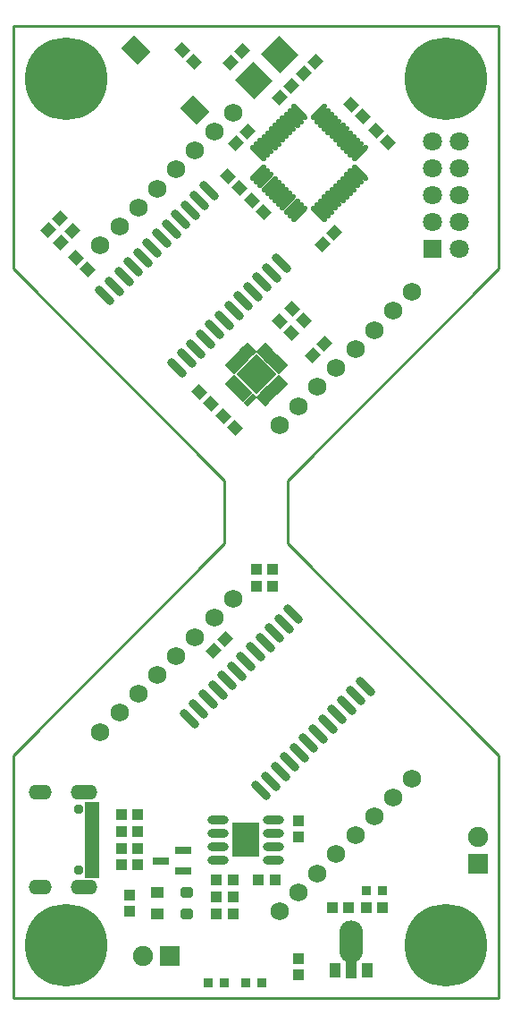
<source format=gbs>
G04*
G04 #@! TF.GenerationSoftware,Altium Limited,Altium Designer,23.4.1 (23)*
G04*
G04 Layer_Color=16711935*
%FSLAX25Y25*%
%MOIN*%
G70*
G04*
G04 #@! TF.SameCoordinates,299D72F2-6D74-4580-A0ED-951F05C7E99A*
G04*
G04*
G04 #@! TF.FilePolarity,Negative*
G04*
G01*
G75*
%ADD10C,0.01000*%
%ADD11R,0.07099X0.07099*%
%ADD12C,0.07099*%
%ADD13O,0.09855X0.05524*%
%ADD14O,0.08674X0.05524*%
%ADD15C,0.03753*%
%ADD16C,0.04800*%
%ADD17C,0.30800*%
%ADD18C,0.06800*%
%ADD19R,0.07493X0.07493*%
%ADD20C,0.07493*%
%ADD71R,0.05328X0.01981*%
%ADD72R,0.05320X0.01980*%
G04:AMPARAMS|DCode=73|XSize=43.43mil|YSize=41.47mil|CornerRadius=0mil|HoleSize=0mil|Usage=FLASHONLY|Rotation=315.000|XOffset=0mil|YOffset=0mil|HoleType=Round|Shape=Rectangle|*
%AMROTATEDRECTD73*
4,1,4,-0.03002,0.00070,-0.00070,0.03002,0.03002,-0.00070,0.00070,-0.03002,-0.03002,0.00070,0.0*
%
%ADD73ROTATEDRECTD73*%

G04:AMPARAMS|DCode=74|XSize=43.43mil|YSize=41.47mil|CornerRadius=0mil|HoleSize=0mil|Usage=FLASHONLY|Rotation=225.000|XOffset=0mil|YOffset=0mil|HoleType=Round|Shape=Rectangle|*
%AMROTATEDRECTD74*
4,1,4,0.00070,0.03002,0.03002,0.00070,-0.00070,-0.03002,-0.03002,-0.00070,0.00070,0.03002,0.0*
%
%ADD74ROTATEDRECTD74*%

%ADD75R,0.04343X0.04147*%
%ADD76R,0.03800X0.03800*%
G04:AMPARAMS|DCode=77|XSize=86.74mil|YSize=67.06mil|CornerRadius=0mil|HoleSize=0mil|Usage=FLASHONLY|Rotation=135.000|XOffset=0mil|YOffset=0mil|HoleType=Round|Shape=Rectangle|*
%AMROTATEDRECTD77*
4,1,4,0.05438,-0.00696,0.00696,-0.05438,-0.05438,0.00696,-0.00696,0.05438,0.05438,-0.00696,0.0*
%
%ADD77ROTATEDRECTD77*%

G04:AMPARAMS|DCode=78|XSize=102.49mil|YSize=94.61mil|CornerRadius=0mil|HoleSize=0mil|Usage=FLASHONLY|Rotation=135.000|XOffset=0mil|YOffset=0mil|HoleType=Round|Shape=Rectangle|*
%AMROTATEDRECTD78*
4,1,4,0.06969,-0.00278,0.00278,-0.06969,-0.06969,0.00278,-0.00278,0.06969,0.06969,-0.00278,0.0*
%
%ADD78ROTATEDRECTD78*%

G04:AMPARAMS|DCode=79|XSize=19.81mil|YSize=78.87mil|CornerRadius=0mil|HoleSize=0mil|Usage=FLASHONLY|Rotation=225.000|XOffset=0mil|YOffset=0mil|HoleType=Round|Shape=Round|*
%AMOVALD79*
21,1,0.05906,0.01981,0.00000,0.00000,315.0*
1,1,0.01981,-0.02088,0.02088*
1,1,0.01981,0.02088,-0.02088*
%
%ADD79OVALD79*%

G04:AMPARAMS|DCode=80|XSize=19.81mil|YSize=78.87mil|CornerRadius=0mil|HoleSize=0mil|Usage=FLASHONLY|Rotation=315.000|XOffset=0mil|YOffset=0mil|HoleType=Round|Shape=Round|*
%AMOVALD80*
21,1,0.05906,0.01981,0.00000,0.00000,45.0*
1,1,0.01981,-0.02088,-0.02088*
1,1,0.01981,0.02088,0.02088*
%
%ADD80OVALD80*%

%ADD81R,0.04202X0.05800*%
%ADD82R,0.04200X0.10800*%
%ADD83O,0.08800X0.15800*%
G04:AMPARAMS|DCode=84|XSize=88mil|YSize=32mil|CornerRadius=0mil|HoleSize=0mil|Usage=FLASHONLY|Rotation=135.000|XOffset=0mil|YOffset=0mil|HoleType=Round|Shape=Round|*
%AMOVALD84*
21,1,0.05600,0.03200,0.00000,0.00000,135.0*
1,1,0.03200,0.01980,-0.01980*
1,1,0.03200,-0.01980,0.01980*
%
%ADD84OVALD84*%

%ADD85R,0.04147X0.04343*%
%ADD86P,0.15051X4X180.0*%
G04:AMPARAMS|DCode=87|XSize=19.81mil|YSize=47.37mil|CornerRadius=0mil|HoleSize=0mil|Usage=FLASHONLY|Rotation=135.000|XOffset=0mil|YOffset=0mil|HoleType=Round|Shape=Rectangle|*
%AMROTATEDRECTD87*
4,1,4,0.02375,0.00974,-0.00974,-0.02375,-0.02375,-0.00974,0.00974,0.02375,0.02375,0.00974,0.0*
%
%ADD87ROTATEDRECTD87*%

G04:AMPARAMS|DCode=88|XSize=19.81mil|YSize=47.37mil|CornerRadius=0mil|HoleSize=0mil|Usage=FLASHONLY|Rotation=45.000|XOffset=0mil|YOffset=0mil|HoleType=Round|Shape=Rectangle|*
%AMROTATEDRECTD88*
4,1,4,0.00974,-0.02375,-0.02375,0.00974,-0.00974,0.02375,0.02375,-0.00974,0.00974,-0.02375,0.0*
%
%ADD88ROTATEDRECTD88*%

%ADD89R,0.05918X0.03162*%
%ADD90R,0.04737X0.03950*%
G04:AMPARAMS|DCode=91|XSize=47.37mil|YSize=39.5mil|CornerRadius=0mil|HoleSize=0mil|Usage=FLASHONLY|Rotation=0.000|XOffset=0mil|YOffset=0mil|HoleType=Round|Shape=Octagon|*
%AMOCTAGOND91*
4,1,8,0.02368,-0.00987,0.02368,0.00987,0.01381,0.01975,-0.01381,0.01975,-0.02368,0.00987,-0.02368,-0.00987,-0.01381,-0.01975,0.01381,-0.01975,0.02368,-0.00987,0.0*
%
%ADD91OCTAGOND91*%

%ADD92R,0.10300X0.12800*%
%ADD93O,0.07887X0.03200*%
D10*
X102362Y169291D02*
Y192913D01*
X78740Y169291D02*
Y192913D01*
X0Y271654D02*
X78740Y192913D01*
X0Y271654D02*
Y362205D01*
Y90551D02*
X78740Y169291D01*
X102362Y192913D02*
X181102Y271654D01*
X102362Y169291D02*
X181102Y90551D01*
X0Y362205D02*
X181102D01*
X0Y0D02*
X181102D01*
Y90551D01*
Y271654D02*
Y362205D01*
X0Y0D02*
Y90551D01*
D11*
X156417Y279213D02*
D03*
D12*
X166417D02*
D03*
X156417Y289213D02*
D03*
X166417D02*
D03*
X156417Y299213D02*
D03*
X166417D02*
D03*
X156417Y309213D02*
D03*
X166417D02*
D03*
X156417Y319213D02*
D03*
X166417D02*
D03*
D13*
X26279Y41338D02*
D03*
X26279Y76771D02*
D03*
D14*
X9940Y76772D02*
D03*
X9940Y41339D02*
D03*
D15*
X24310Y70434D02*
D03*
Y47678D02*
D03*
D16*
X166717Y351700D02*
D03*
X156117D02*
D03*
X150817Y342520D02*
D03*
X156117Y333340D02*
D03*
X166717D02*
D03*
X172017Y342520D02*
D03*
X30285D02*
D03*
X24985Y333340D02*
D03*
X14385D02*
D03*
X9085Y342520D02*
D03*
X14385Y351700D02*
D03*
X24985D02*
D03*
X30285Y19685D02*
D03*
X24985Y10505D02*
D03*
X14385D02*
D03*
X9085Y19685D02*
D03*
X14385Y28865D02*
D03*
X24985D02*
D03*
X172017Y19685D02*
D03*
X166717Y10505D02*
D03*
X156117D02*
D03*
X150817Y19685D02*
D03*
X156117Y28865D02*
D03*
X166717D02*
D03*
D17*
X161417Y342520D02*
D03*
X19685D02*
D03*
Y19685D02*
D03*
X161417D02*
D03*
D18*
X106280Y220569D02*
D03*
X113351Y227640D02*
D03*
X120422Y234712D02*
D03*
X127493Y241782D02*
D03*
X134564Y248854D02*
D03*
X141635Y255925D02*
D03*
X148706Y262996D02*
D03*
X99209Y213498D02*
D03*
X32396Y280311D02*
D03*
X39467Y287382D02*
D03*
X46538Y294454D02*
D03*
X53609Y301525D02*
D03*
X60680Y308596D02*
D03*
X67751Y315667D02*
D03*
X74822Y322738D02*
D03*
X81893Y329809D02*
D03*
X106280Y39467D02*
D03*
X113351Y46538D02*
D03*
X120422Y53609D02*
D03*
X127493Y60680D02*
D03*
X134564Y67751D02*
D03*
X141635Y74822D02*
D03*
X148706Y81893D02*
D03*
X99209Y32396D02*
D03*
X32396Y99209D02*
D03*
X39467Y106280D02*
D03*
X46538Y113351D02*
D03*
X53609Y120422D02*
D03*
X60680Y127493D02*
D03*
X67751Y134564D02*
D03*
X74822Y141635D02*
D03*
X81893Y148706D02*
D03*
D19*
X173228Y50118D02*
D03*
X58150Y15748D02*
D03*
D20*
X173228Y60118D02*
D03*
X48150Y15748D02*
D03*
D71*
X29428Y72244D02*
D03*
Y71063D02*
D03*
X29428Y69095D02*
D03*
Y67913D02*
D03*
X29428Y65945D02*
D03*
Y62008D02*
D03*
X29422Y60039D02*
D03*
X29428Y58071D02*
D03*
X29421Y56102D02*
D03*
X29430Y54134D02*
D03*
X29412Y50197D02*
D03*
Y49016D02*
D03*
X29422Y47047D02*
D03*
Y45866D02*
D03*
D72*
X29428Y63976D02*
D03*
X29428Y52166D02*
D03*
D73*
X108157Y252343D02*
D03*
X103842Y256658D02*
D03*
X130157Y328343D02*
D03*
X125842Y332658D02*
D03*
X139657Y318843D02*
D03*
X135342Y323158D02*
D03*
X67315Y348685D02*
D03*
X63000Y353000D02*
D03*
X93157Y292843D02*
D03*
X88842Y297158D02*
D03*
X79843Y306157D02*
D03*
X84158Y301842D02*
D03*
X82657Y212343D02*
D03*
X78342Y216658D02*
D03*
X23433Y275779D02*
D03*
X27748Y271464D02*
D03*
X103657Y247843D02*
D03*
X99342Y252158D02*
D03*
X73657Y221343D02*
D03*
X69342Y225658D02*
D03*
D74*
X111500Y239500D02*
D03*
X115815Y243815D02*
D03*
X115343Y280843D02*
D03*
X119658Y285158D02*
D03*
X112657Y348657D02*
D03*
X108342Y344342D02*
D03*
X103657Y339657D02*
D03*
X99342Y335342D02*
D03*
X80843Y348343D02*
D03*
X85158Y352658D02*
D03*
X87157Y322657D02*
D03*
X82842Y318342D02*
D03*
X17118Y290347D02*
D03*
X12803Y286032D02*
D03*
X21843Y285622D02*
D03*
X17528Y281307D02*
D03*
X78929Y133653D02*
D03*
X74614Y129338D02*
D03*
D75*
X131595Y33858D02*
D03*
X137697D02*
D03*
X40256Y62205D02*
D03*
X46359D02*
D03*
X40256Y55905D02*
D03*
X46359D02*
D03*
X75689Y31496D02*
D03*
X81792D02*
D03*
X75689Y37795D02*
D03*
X81792D02*
D03*
X46358Y49606D02*
D03*
X40256D02*
D03*
X46358Y68504D02*
D03*
X40256D02*
D03*
X75689Y44094D02*
D03*
X81792D02*
D03*
X97539D02*
D03*
X91437D02*
D03*
X118996Y33858D02*
D03*
X125099D02*
D03*
X90650Y159843D02*
D03*
X96752D02*
D03*
X90650Y153543D02*
D03*
X96752D02*
D03*
D76*
X137646Y40157D02*
D03*
X131646D02*
D03*
X92500Y5905D02*
D03*
X86500D02*
D03*
X72500Y5906D02*
D03*
X78500D02*
D03*
D77*
X45540Y352960D02*
D03*
X67568Y330821D02*
D03*
D78*
X99360Y351328D02*
D03*
X89616Y341585D02*
D03*
D79*
X91306Y314643D02*
D03*
X92698Y316035D02*
D03*
X94090Y317427D02*
D03*
X95482Y318818D02*
D03*
X96874Y320210D02*
D03*
X98265Y321602D02*
D03*
X99657Y322994D02*
D03*
X101049Y324386D02*
D03*
X102441Y325778D02*
D03*
X103833Y327170D02*
D03*
X105225Y328562D02*
D03*
X106617Y329954D02*
D03*
X129167Y307405D02*
D03*
X127775Y306013D02*
D03*
X126383Y304621D02*
D03*
X124991Y303229D02*
D03*
X123599Y301837D02*
D03*
X122207Y300445D02*
D03*
X120815Y299053D02*
D03*
X119423Y297661D02*
D03*
X118031Y296269D02*
D03*
X116639Y294877D02*
D03*
X115247Y293485D02*
D03*
X113855Y292093D02*
D03*
D80*
Y329954D02*
D03*
X115247Y328562D02*
D03*
X116639Y327170D02*
D03*
X118031Y325778D02*
D03*
X119423Y324386D02*
D03*
X120815Y322994D02*
D03*
X122207Y321602D02*
D03*
X123599Y320210D02*
D03*
X124991Y318818D02*
D03*
X126383Y317426D02*
D03*
X127775Y316035D02*
D03*
X129167Y314643D02*
D03*
X106617Y292093D02*
D03*
X105225Y293485D02*
D03*
X103833Y294877D02*
D03*
X102441Y296269D02*
D03*
X101049Y297661D02*
D03*
X99657Y299053D02*
D03*
X98265Y300445D02*
D03*
X96874Y301837D02*
D03*
X95482Y303229D02*
D03*
X94090Y304621D02*
D03*
X92698Y306013D02*
D03*
X91306Y307405D02*
D03*
D81*
X131984Y10301D02*
D03*
X119984D02*
D03*
D82*
X125984Y12801D02*
D03*
D83*
Y21195D02*
D03*
D84*
X72939Y300597D02*
D03*
X69404Y297061D02*
D03*
X65869Y293526D02*
D03*
X62333Y289990D02*
D03*
X58797Y286455D02*
D03*
X55262Y282919D02*
D03*
X51726Y279384D02*
D03*
X48191Y275848D02*
D03*
X44655Y272313D02*
D03*
X41120Y268777D02*
D03*
X37584Y265242D02*
D03*
X34049Y261706D02*
D03*
X60919Y234836D02*
D03*
X64454Y238372D02*
D03*
X67990Y241907D02*
D03*
X71525Y245443D02*
D03*
X75061Y248978D02*
D03*
X78596Y252514D02*
D03*
X82132Y256049D02*
D03*
X85668Y259585D02*
D03*
X89203Y263120D02*
D03*
X92738Y266656D02*
D03*
X96274Y270191D02*
D03*
X99810Y273727D02*
D03*
X131306Y116247D02*
D03*
X127770Y112711D02*
D03*
X124235Y109176D02*
D03*
X120699Y105640D02*
D03*
X117164Y102104D02*
D03*
X113628Y98569D02*
D03*
X110092Y95033D02*
D03*
X106557Y91498D02*
D03*
X103021Y87962D02*
D03*
X99486Y84427D02*
D03*
X95950Y80891D02*
D03*
X92415Y77356D02*
D03*
X65545Y104226D02*
D03*
X69080Y107761D02*
D03*
X72616Y111297D02*
D03*
X76151Y114832D02*
D03*
X79687Y118368D02*
D03*
X83222Y121904D02*
D03*
X86758Y125439D02*
D03*
X90294Y128974D02*
D03*
X93829Y132510D02*
D03*
X97364Y136046D02*
D03*
X100900Y139581D02*
D03*
X104436Y143117D02*
D03*
D85*
X43307Y38484D02*
D03*
Y32382D02*
D03*
X106299Y59941D02*
D03*
Y66044D02*
D03*
Y8760D02*
D03*
Y14863D02*
D03*
D86*
X90551Y232283D02*
D03*
D87*
X99947Y234719D02*
D03*
X98555Y236111D02*
D03*
X97163Y237503D02*
D03*
X95771Y238895D02*
D03*
X94379Y240287D02*
D03*
X92987Y241679D02*
D03*
X81156Y229848D02*
D03*
X82547Y228456D02*
D03*
X83939Y227064D02*
D03*
X85331Y225672D02*
D03*
X86723Y224280D02*
D03*
X88115Y222888D02*
D03*
D88*
X88115Y241679D02*
D03*
X86723Y240287D02*
D03*
X85331Y238895D02*
D03*
X83939Y237503D02*
D03*
X82547Y236111D02*
D03*
X81156Y234719D02*
D03*
X92987Y222888D02*
D03*
X94379Y224280D02*
D03*
X95771Y225672D02*
D03*
X97163Y227064D02*
D03*
X98555Y228456D02*
D03*
X99947Y229848D02*
D03*
D89*
X54921Y51181D02*
D03*
X63189Y47441D02*
D03*
Y54921D02*
D03*
D90*
X53543Y31496D02*
D03*
Y39370D02*
D03*
D91*
X64567Y31496D02*
D03*
Y39370D02*
D03*
D92*
X86614Y59055D02*
D03*
D93*
X76181Y51555D02*
D03*
Y56555D02*
D03*
Y61555D02*
D03*
Y66555D02*
D03*
X97047Y51555D02*
D03*
Y56555D02*
D03*
Y61555D02*
D03*
Y66555D02*
D03*
M02*

</source>
